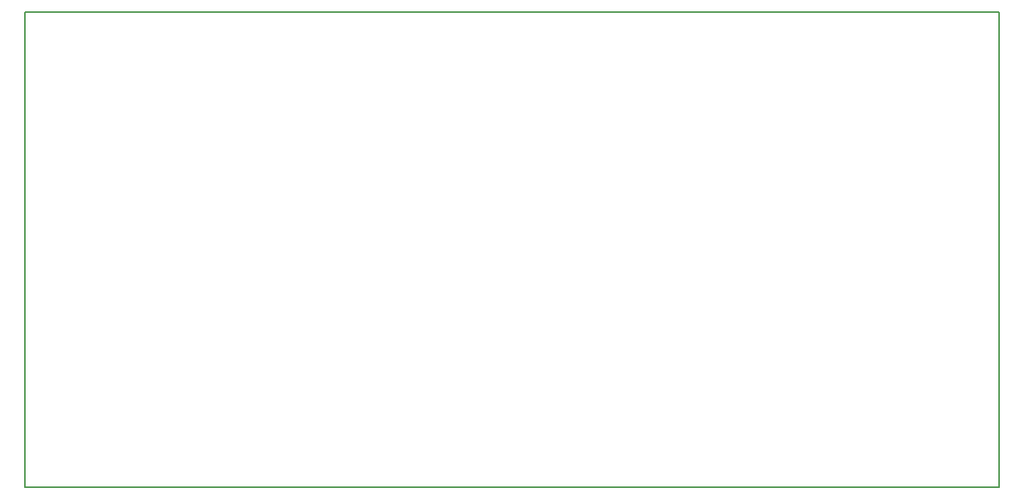
<source format=gbr>
G04 #@! TF.FileFunction,Profile,NP*
%FSLAX46Y46*%
G04 Gerber Fmt 4.6, Leading zero omitted, Abs format (unit mm)*
G04 Created by KiCad (PCBNEW 4.0.6) date 06/20/17 17:05:56*
%MOMM*%
%LPD*%
G01*
G04 APERTURE LIST*
%ADD10C,0.100000*%
%ADD11C,0.150000*%
G04 APERTURE END LIST*
D10*
D11*
X210820000Y-140970000D02*
X208280000Y-140970000D01*
X208280000Y-87630000D02*
X210820000Y-87630000D01*
X104140000Y-87630000D02*
X101600000Y-87630000D01*
X104140000Y-140970000D02*
X101600000Y-140970000D01*
X101600000Y-140970000D02*
X101600000Y-87630000D01*
X208280000Y-140970000D02*
X104140000Y-140970000D01*
X210820000Y-87630000D02*
X210820000Y-140970000D01*
X104140000Y-87630000D02*
X208280000Y-87630000D01*
M02*

</source>
